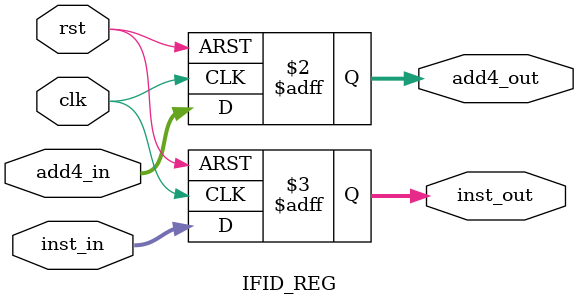
<source format=v>
`timescale 1ns / 1ps
module IFID_REG(clk, rst, add4_in, add4_out,inst_in,inst_out  );
	parameter WORD_SIZE = 32 ; 
	
	input wire clk, rst;
	input wire [WORD_SIZE - 1:0] add4_in;
	output reg [WORD_SIZE - 1:0] add4_out;
input wire [WORD_SIZE - 1:0] inst_in;
	output reg [WORD_SIZE - 1:0] inst_out;		
	
always @ (posedge rst or posedge clk ) begin
	if ( rst ) begin
		add4_out <= { WORD_SIZE {1'b0} };
		inst_out <= { WORD_SIZE {1'b0} };
	end else if ( clk ) begin
		add4_out <= add4_in;
		inst_out <= inst_in;
	end
	end
	
endmodule 

</source>
